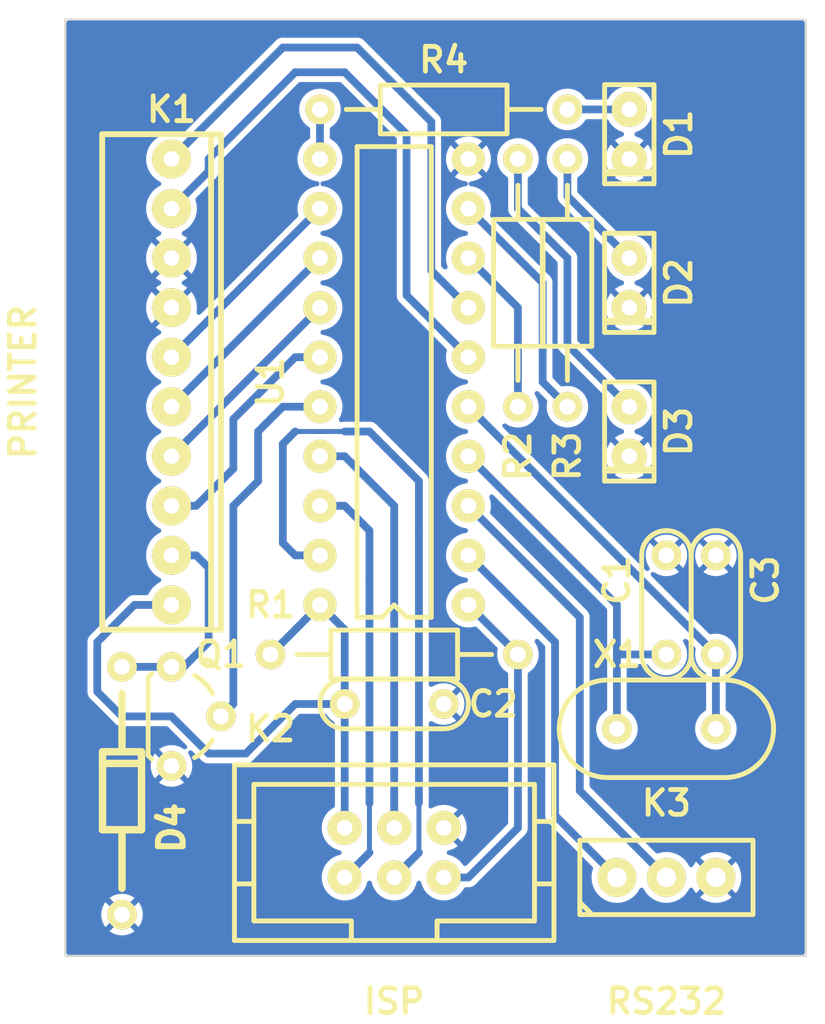
<source format=kicad_pcb>
(kicad_pcb (version 20221018) (generator pcbnew)
  (title_block (title "Haxmark") (rev "A") (company "fruchti"))
  (layers (0 "F.Cu" signal) (31 "B.Cu" signal) (34 "B.Paste" user) (35 "F.Paste" user) (36 "B.SilkS" user "B.Silkscreen") (37 "F.SilkS" user "F.Silkscreen") (38 "B.Mask" user) (39 "F.Mask" user) (44 "Edge.Cuts" user))
  (net 0 "")
  (net 1 "Net-(C1-Pad1)")
  (net 2 "GND")
  (net 3 "+5V")
  (net 4 "Net-(C3-Pad1)")
  (net 5 "Net-(D1-Pad1)")
  (net 6 "Net-(D2-Pad1)")
  (net 7 "Net-(D3-Pad1)")
  (net 8 "/CLUTCH")
  (net 9 "/HALL")
  (net 10 "/OPPN")
  (net 11 "/EXIT")
  (net 12 "/MPF")
  (net 13 "/PIN")
  (net 14 "/NPIN")
  (net 15 "/MOSI")
  (net 16 "/MISO")
  (net 17 "/SCK")
  (net 18 "/RESET")
  (net 19 "Net-(K3-Pad1)")
  (net 20 "Net-(K3-Pad2)")
  (net 21 "/CLTCH")
  (net 22 "Net-(R2-Pad1)")
  (net 23 "Net-(R3-Pad1)")
  (net 24 "Net-(R4-Pad1)")
  (footprint "rcl:C_200" (layer "F.Cu") (at 69.85 80.01 90)
    (fp_text reference "C1" (at 1.27 -2.54 90) (layer "F.SilkS") (effects (font (size 1.27 1.27) (thickness 0.25))))
    (fp_text value "22p" hide)
    (fp_line (start 2.54 -1.27) (end -2.54 -1.27) (stroke (width 0.25)) (layer "F.SilkS"))
    (fp_line (start 2.54 1.27) (end -2.54 1.27) (stroke (width 0.25)) (layer "F.SilkS"))
    (fp_arc (start -3.81 0) (mid -3.438026 -0.898026) (end -2.54 -1.27) (stroke (width 0.25)) (layer "F.SilkS"))
    (fp_arc (start -2.54 1.27) (mid -3.438026 0.898026) (end -3.81 0) (stroke (width 0.25)) (layer "F.SilkS"))
    (fp_arc (start 2.54 -1.27) (mid 3.438026 -0.898026) (end 3.81 0) (stroke (width 0.25)) (layer "F.SilkS"))
    (fp_arc (start 3.81 0) (mid 3.438026 0.898026) (end 2.54 1.27) (stroke (width 0.25)) (layer "F.SilkS"))
    (pad "1" thru_hole circle (at -2.54 0 90) (size 1.524 1.524) (drill 0.8128) (layers "*.Cu" "*.Mask" "F.SilkS") (net 1 "Net-(C1-Pad1)"))
    (pad "2" thru_hole circle (at 2.54 0 90) (size 1.524 1.524) (drill 0.8128) (layers "*.Cu" "*.Mask" "F.SilkS") (net 2 "GND"))
  )
  (footprint "rcl:C_200" (layer "F.Cu") (at 55.88 85.09)
    (fp_text reference "C2" (at 5.08 0) (layer "F.SilkS") (effects (font (size 1.27 1.27) (thickness 0.25))))
    (fp_text value "100n" hide)
    (fp_line (start 2.54 -1.27) (end -2.54 -1.27) (stroke (width 0.25)) (layer "F.SilkS"))
    (fp_line (start 2.54 1.27) (end -2.54 1.27) (stroke (width 0.25)) (layer "F.SilkS"))
    (fp_arc (start -3.81 0) (mid -3.438026 -0.898026) (end -2.54 -1.27) (stroke (width 0.25)) (layer "F.SilkS"))
    (fp_arc (start -2.54 1.27) (mid -3.438026 0.898026) (end -3.81 0) (stroke (width 0.25)) (layer "F.SilkS"))
    (fp_arc (start 2.54 -1.27) (mid 3.438026 -0.898026) (end 3.81 0) (stroke (width 0.25)) (layer "F.SilkS"))
    (fp_arc (start 3.81 0) (mid 3.438026 0.898026) (end 2.54 1.27) (stroke (width 0.25)) (layer "F.SilkS"))
    (pad "1" thru_hole circle (at -2.54 0) (size 1.524 1.524) (drill 0.8128) (layers "*.Cu" "*.Mask" "F.SilkS") (net 3 "+5V"))
    (pad "2" thru_hole circle (at 2.54 0) (size 1.524 1.524) (drill 0.8128) (layers "*.Cu" "*.Mask" "F.SilkS") (net 2 "GND"))
  )
  (footprint "rcl:C_200" (layer "F.Cu") (at 72.39 80.01 90)
    (fp_text reference "C3" (at 1.27 2.54 90) (layer "F.SilkS") (effects (font (size 1.27 1.27) (thickness 0.25))))
    (fp_text value "22p" hide)
    (fp_line (start 2.54 -1.27) (end -2.54 -1.27) (stroke (width 0.25)) (layer "F.SilkS"))
    (fp_line (start 2.54 1.27) (end -2.54 1.27) (stroke (width 0.25)) (layer "F.SilkS"))
    (fp_arc (start -3.81 0) (mid -3.438026 -0.898026) (end -2.54 -1.27) (stroke (width 0.25)) (layer "F.SilkS"))
    (fp_arc (start -2.54 1.27) (mid -3.438026 0.898026) (end -3.81 0) (stroke (width 0.25)) (layer "F.SilkS"))
    (fp_arc (start 2.54 -1.27) (mid 3.438026 -0.898026) (end 3.81 0) (stroke (width 0.25)) (layer "F.SilkS"))
    (fp_arc (start 3.81 0) (mid 3.438026 0.898026) (end 2.54 1.27) (stroke (width 0.25)) (layer "F.SilkS"))
    (pad "1" thru_hole circle (at -2.54 0 90) (size 1.524 1.524) (drill 0.8128) (layers "*.Cu" "*.Mask" "F.SilkS") (net 4 "Net-(C3-Pad1)"))
    (pad "2" thru_hole circle (at 2.54 0 90) (size 1.524 1.524) (drill 0.8128) (layers "*.Cu" "*.Mask" "F.SilkS") (net 2 "GND"))
  )
  (footprint "led:LED_RECT" (layer "F.Cu") (at 67.945 55.88 -90)
    (fp_text reference "D1" (at 0 -2.54 270) (layer "F.SilkS") (effects (font (size 1.27 1.27) (thickness 0.25))))
    (fp_text value "rd" hide)
    (fp_line (start -2.54 -1.27) (end -2.54 1.27) (stroke (width 0.25)) (layer "F.SilkS"))
    (fp_line (start -2.54 1.27) (end 2.54 1.27) (stroke (width 0.25)) (layer "F.SilkS"))
    (fp_line (start 1.905 -1.27) (end 1.905 1.27) (stroke (width 0.25)) (layer "F.SilkS"))
    (fp_line (start 2.032 1.27) (end 2.032 -1.27) (stroke (width 0.25)) (layer "F.SilkS"))
    (fp_line (start 2.54 -1.27) (end -2.54 -1.27) (stroke (width 0.25)) (layer "F.SilkS"))
    (fp_line (start 2.54 1.27) (end 2.54 -1.27) (stroke (width 0.25)) (layer "F.SilkS"))
    (pad "1" thru_hole circle (at -1.27 0 270) (size 1.80086 1.80086) (drill 0.8001) (layers "*.Cu" "*.Mask" "F.SilkS") (net 5 "Net-(D1-Pad1)"))
    (pad "2" thru_hole circle (at 1.27 0 270) (size 1.80086 1.80086) (drill 0.8001) (layers "*.Cu" "*.Mask" "F.SilkS") (net 2 "GND"))
  )
  (footprint "led:LED_RECT" (layer "F.Cu") (at 67.945 63.5 -90)
    (fp_text reference "D2" (at 0 -2.54 270) (layer "F.SilkS") (effects (font (size 1.27 1.27) (thickness 0.25))))
    (fp_text value "ye" hide)
    (fp_line (start -2.54 -1.27) (end -2.54 1.27) (stroke (width 0.25)) (layer "F.SilkS"))
    (fp_line (start -2.54 1.27) (end 2.54 1.27) (stroke (width 0.25)) (layer "F.SilkS"))
    (fp_line (start 1.905 -1.27) (end 1.905 1.27) (stroke (width 0.25)) (layer "F.SilkS"))
    (fp_line (start 2.032 1.27) (end 2.032 -1.27) (stroke (width 0.25)) (layer "F.SilkS"))
    (fp_line (start 2.54 -1.27) (end -2.54 -1.27) (stroke (width 0.25)) (layer "F.SilkS"))
    (fp_line (start 2.54 1.27) (end 2.54 -1.27) (stroke (width 0.25)) (layer "F.SilkS"))
    (pad "1" thru_hole circle (at -1.27 0 270) (size 1.80086 1.80086) (drill 0.8001) (layers "*.Cu" "*.Mask" "F.SilkS") (net 6 "Net-(D2-Pad1)"))
    (pad "2" thru_hole circle (at 1.27 0 270) (size 1.80086 1.80086) (drill 0.8001) (layers "*.Cu" "*.Mask" "F.SilkS") (net 2 "GND"))
  )
  (footprint "led:LED_RECT" (layer "F.Cu") (at 67.945 71.12 -90)
    (fp_text reference "D3" (at 0 -2.54 270) (layer "F.SilkS") (effects (font (size 1.27 1.27) (thickness 0.25))))
    (fp_text value "gn" hide)
    (fp_line (start -2.54 -1.27) (end -2.54 1.27) (stroke (width 0.25)) (layer "F.SilkS"))
    (fp_line (start -2.54 1.27) (end 2.54 1.27) (stroke (width 0.25)) (layer "F.SilkS"))
    (fp_line (start 1.905 -1.27) (end 1.905 1.27) (stroke (width 0.25)) (layer "F.SilkS"))
    (fp_line (start 2.032 1.27) (end 2.032 -1.27) (stroke (width 0.25)) (layer "F.SilkS"))
    (fp_line (start 2.54 -1.27) (end -2.54 -1.27) (stroke (width 0.25)) (layer "F.SilkS"))
    (fp_line (start 2.54 1.27) (end 2.54 -1.27) (stroke (width 0.25)) (layer "F.SilkS"))
    (pad "1" thru_hole circle (at -1.27 0 270) (size 1.80086 1.80086) (drill 0.8001) (layers "*.Cu" "*.Mask" "F.SilkS") (net 7 "Net-(D3-Pad1)"))
    (pad "2" thru_hole circle (at 1.27 0 270) (size 1.80086 1.80086) (drill 0.8001) (layers "*.Cu" "*.Mask" "F.SilkS") (net 2 "GND"))
  )
  (footprint "do:DO35_500" (layer "F.Cu") (at 41.91 89.535 90)
    (fp_text reference "D4" (at -1.905 2.54 270) (layer "F.SilkS") (effects (font (size 1.27 1.27) (thickness 0.3048))))
    (fp_text value "36V" hide)
    (fp_line (start -1.99898 -1.00076) (end -1.99898 1.00076) (stroke (width 0.381)) (layer "F.SilkS"))
    (fp_line (start -1.99898 0) (end -5.00126 0) (stroke (width 0.381)) (layer "F.SilkS"))
    (fp_line (start -1.99898 1.00076) (end 1.99898 1.00076) (stroke (width 0.381)) (layer "F.SilkS"))
    (fp_line (start 1.39954 1.00076) (end 1.39954 -1.00076) (stroke (width 0.381)) (layer "F.SilkS"))
    (fp_line (start 1.99898 -1.00076) (end -1.99898 -1.00076) (stroke (width 0.381)) (layer "F.SilkS"))
    (fp_line (start 1.99898 0) (end 5.00126 0) (stroke (width 0.381)) (layer "F.SilkS"))
    (fp_line (start 1.99898 1.00076) (end 1.99898 -1.00076) (stroke (width 0.381)) (layer "F.SilkS"))
    (pad "1" thru_hole circle (at -6.35 0 90) (size 1.524 1.524) (drill 0.8128) (layers "*.Cu" "*.Mask" "F.SilkS") (net 2 "GND"))
    (pad "2" thru_hole circle (at 6.35 0 90) (size 1.524 1.524) (drill 0.8128) (layers "*.Cu" "*.Mask" "F.SilkS") (net 8 "/CLUTCH"))
  )
  (footprint "conn:WSL6G" (layer "F.Cu") (at 55.88 92.71)
    (fp_text reference "K2" (at -6.35 -6.35) (layer "F.SilkS") (effects (font (size 1.27 1.27) (thickness 0.25))))
    (fp_text value "ISP" (at 0 7.62) (layer "F.SilkS") (effects (font (size 1.27 1.27) (thickness 0.25))))
    (fp_line (start -8.19912 -4.50088) (end -8.19912 4.50088) (stroke (width 0.25)) (layer "F.SilkS"))
    (fp_line (start -8.19912 4.50088) (end 8.19912 4.50088) (stroke (width 0.25)) (layer "F.SilkS"))
    (fp_line (start -7.2009 -3.50012) (end 7.2009 -3.50012) (stroke (width 0.25)) (layer "F.SilkS"))
    (fp_line (start -7.2009 -1.6002) (end -8.19912 -1.6002) (stroke (width 0.25)) (layer "F.SilkS"))
    (fp_line (start -7.2009 1.6002) (end -8.19912 1.6002) (stroke (width 0.25)) (layer "F.SilkS"))
    (fp_line (start -7.2009 3.50012) (end -7.2009 -3.50012) (stroke (width 0.25)) (layer "F.SilkS"))
    (fp_line (start -7.2009 3.50012) (end -2.19964 3.50012) (stroke (width 0.25)) (layer "F.SilkS"))
    (fp_line (start -2.19964 3.50012) (end -2.19964 4.50088) (stroke (width 0.25)) (layer "F.SilkS"))
    (fp_line (start 2.19964 3.50012) (end 2.19964 4.50088) (stroke (width 0.25)) (layer "F.SilkS"))
    (fp_line (start 2.19964 3.50012) (end 7.2009 3.50012) (stroke (width 0.25)) (layer "F.SilkS"))
    (fp_line (start 7.2009 -3.50012) (end 7.2009 3.50012) (stroke (width 0.25)) (layer "F.SilkS"))
    (fp_line (start 8.19912 -4.50088) (end -8.19912 -4.50088) (stroke (width 0.25)) (layer "F.SilkS"))
    (fp_line (start 8.19912 -1.6002) (end 7.2009 -1.6002) (stroke (width 0.25)) (layer "F.SilkS"))
    (fp_line (start 8.19912 1.6002) (end 7.2009 1.6002) (stroke (width 0.25)) (layer "F.SilkS"))
    (fp_line (start 8.19912 4.50088) (end 8.19912 -4.50088) (stroke (width 0.25)) (layer "F.SilkS"))
    (pad "1" thru_hole circle (at -2.54 1.27) (size 1.75 1.75) (drill 0.8001) (layers "*.Cu" "*.Mask" "F.SilkS") (net 16 "/MISO"))
    (pad "2" thru_hole circle (at -2.54 -1.27) (size 1.75 1.75) (drill 0.8001) (layers "*.Cu" "*.Mask" "F.SilkS") (net 3 "+5V"))
    (pad "3" thru_hole circle (at 0 1.27) (size 1.75 1.75) (drill 0.8001) (layers "*.Cu" "*.Mask" "F.SilkS") (net 17 "/SCK"))
    (pad "4" thru_hole circle (at 0 -1.27) (size 1.75 1.75) (drill 0.8001) (layers "*.Cu" "*.Mask" "F.SilkS") (net 15 "/MOSI"))
    (pad "5" thru_hole circle (at 2.54 1.27) (size 1.75 1.75) (drill 0.8001) (layers "*.Cu" "*.Mask" "F.SilkS") (net 18 "/RESET"))
    (pad "6" thru_hole circle (at 2.54 -1.27) (size 1.75 1.75) (drill 0.8001) (layers "*.Cu" "*.Mask" "F.SilkS") (net 2 "GND"))
  )
  (footprint "conn:PINHEAD_1_3" (layer "F.Cu") (at 69.85 93.98)
    (fp_text reference "K3" (at 0 -3.81 180) (layer "F.SilkS") (effects (font (size 1.27 1.27) (thickness 0.25))))
    (fp_text value "RS232" (at 0 6.35) (layer "F.SilkS") (effects (font (size 1.27 1.27) (thickness 0.25))))
    (fp_line (start -4.445 -1.905) (end -4.445 1.905) (stroke (width 0.25)) (layer "F.SilkS"))
    (fp_line (start -4.445 -1.905) (end 4.445 -1.905) (stroke (width 0.25)) (layer "F.SilkS"))
    (fp_line (start -4.445 1.27) (end -3.81 1.905) (stroke (width 0.25)) (layer "F.SilkS"))
    (fp_line (start -4.445 1.905) (end 4.445 1.905) (stroke (width 0.25)) (layer "F.SilkS"))
    (fp_line (start 4.445 -1.905) (end 4.445 1.905) (stroke (width 0.25)) (layer "F.SilkS"))
    (pad "1" thru_hole circle (at -2.54 0) (size 1.99898 1.99898) (drill 1.00076) (layers "*.Cu" "*.Mask" "F.SilkS") (net 19 "Net-(K3-Pad1)"))
    (pad "2" thru_hole circle (at 0 0) (size 1.99898 1.99898) (drill 1.00076) (layers "*.Cu" "*.Mask" "F.SilkS") (net 20 "Net-(K3-Pad2)"))
    (pad "3" thru_hole circle (at 2.54 0) (size 1.99898 1.99898) (drill 1.00076) (layers "*.Cu" "*.Mask" "F.SilkS") (net 2 "GND"))
  )
  (footprint "to:TO92" (layer "F.Cu") (at 44.45 85.725)
    (fp_text reference "Q1" (at 2.54 -3.175) (layer "F.SilkS") (effects (font (size 1.27 1.27) (thickness 0.25))))
    (fp_text value "BS170" hide)
    (fp_line (start -1.19888 -1.99898) (end -1.00076 -2.19964) (stroke (width 0.25)) (layer "F.SilkS"))
    (fp_line (start -1.19888 1.99898) (end -1.19888 -1.99898) (stroke (width 0.25)) (layer "F.SilkS"))
    (fp_line (start -1.19888 1.99898) (end -1.00076 2.19964) (stroke (width 0.25)) (layer "F.SilkS"))
    (fp_arc (start 1.19888 -2.10058) (mid 1.716633 -1.703796) (end 2.109519 -1.18308) (stroke (width 0.25)) (layer "F.SilkS"))
    (fp_arc (start 2.10058 1.19888) (mid 1.703796 1.716633) (end 1.18308 2.109519) (stroke (width 0.25)) (layer "F.SilkS"))
    (pad "1" thru_hole circle (at 0 -2.54) (size 1.524 1.524) (drill 0.8128) (layers "*.Cu" "*.Mask" "F.SilkS") (net 8 "/CLUTCH"))
    (pad "2" thru_hole circle (at 2.54 0) (size 1.524 1.524) (drill 0.8128) (layers "*.Cu" "*.Mask" "F.SilkS") (net 21 "/CLTCH"))
    (pad "3" thru_hole circle (at 0 2.54) (size 1.524 1.524) (drill 0.8128) (layers "*.Cu" "*.Mask" "F.SilkS") (net 2 "GND"))
  )
  (footprint "rcl:R_0207_500" (layer "F.Cu") (at 55.88 82.55 180)
    (fp_text reference "R1" (at 6.35 2.54 180) (layer "F.SilkS") (effects (font (size 1.27 1.27) (thickness 0.25))))
    (fp_text value "10k" hide)
    (fp_line (start -3.2512 -1.24968) (end 3.2512 -1.24968) (stroke (width 0.25)) (layer "F.SilkS"))
    (fp_line (start -3.2512 0) (end -5.00126 0) (stroke (width 0.25)) (layer "F.SilkS"))
    (fp_line (start -3.2512 1.24968) (end -3.2512 -1.24968) (stroke (width 0.25)) (layer "F.SilkS"))
    (fp_line (start 3.2512 -1.24968) (end 3.2512 1.24968) (stroke (width 0.25)) (layer "F.SilkS"))
    (fp_line (start 3.2512 0) (end 5.00126 0) (stroke (width 0.25)) (layer "F.SilkS"))
    (fp_line (start 3.2512 1.24968) (end -3.2512 1.24968) (stroke (width 0.25)) (layer "F.SilkS"))
    (pad "1" thru_hole circle (at -6.35 0 180) (size 1.524 1.524) (drill 0.8128) (layers "*.Cu" "*.Mask" "F.SilkS") (net 18 "/RESET"))
    (pad "2" thru_hole circle (at 6.35 0 180) (size 1.524 1.524) (drill 0.8128) (layers "*.Cu" "*.Mask" "F.SilkS") (net 3 "+5V"))
  )
  (footprint "rcl:R_0207_500" (layer "F.Cu") (at 62.23 63.5 90)
    (fp_text reference "R2" (at -8.89 0 90) (layer "F.SilkS") (effects (font (size 1.27 1.27) (thickness 0.25))))
    (fp_text value "1k" hide)
    (fp_line (start -3.2512 -1.24968) (end 3.2512 -1.24968) (stroke (width 0.25)) (layer "F.SilkS"))
    (fp_line (start -3.2512 0) (end -5.00126 0) (stroke (width 0.25)) (layer "F.SilkS"))
    (fp_line (start -3.2512 1.24968) (end -3.2512 -1.24968) (stroke (width 0.25)) (layer "F.SilkS"))
    (fp_line (start 3.2512 -1.24968) (end 3.2512 1.24968) (stroke (width 0.25)) (layer "F.SilkS"))
    (fp_line (start 3.2512 0) (end 5.00126 0) (stroke (width 0.25)) (layer "F.SilkS"))
    (fp_line (start 3.2512 1.24968) (end -3.2512 1.24968) (stroke (width 0.25)) (layer "F.SilkS"))
    (pad "1" thru_hole circle (at -6.35 0 90) (size 1.524 1.524) (drill 0.8128) (layers "*.Cu" "*.Mask" "F.SilkS") (net 22 "Net-(R2-Pad1)"))
    (pad "2" thru_hole circle (at 6.35 0 90) (size 1.524 1.524) (drill 0.8128) (layers "*.Cu" "*.Mask" "F.SilkS") (net 7 "Net-(D3-Pad1)"))
  )
  (footprint "rcl:R_0207_500" (layer "F.Cu") (at 64.77 63.5 90)
    (fp_text reference "R3" (at -8.89 0 90) (layer "F.SilkS") (effects (font (size 1.27 1.27) (thickness 0.25))))
    (fp_text value "1k" hide)
    (fp_line (start -3.2512 -1.24968) (end 3.2512 -1.24968) (stroke (width 0.25)) (layer "F.SilkS"))
    (fp_line (start -3.2512 0) (end -5.00126 0) (stroke (width 0.25)) (layer "F.SilkS"))
    (fp_line (start -3.2512 1.24968) (end -3.2512 -1.24968) (stroke (width 0.25)) (layer "F.SilkS"))
    (fp_line (start 3.2512 -1.24968) (end 3.2512 1.24968) (stroke (width 0.25)) (layer "F.SilkS"))
    (fp_line (start 3.2512 0) (end 5.00126 0) (stroke (width 0.25)) (layer "F.SilkS"))
    (fp_line (start 3.2512 1.24968) (end -3.2512 1.24968) (stroke (width 0.25)) (layer "F.SilkS"))
    (pad "1" thru_hole circle (at -6.35 0 90) (size 1.524 1.524) (drill 0.8128) (layers "*.Cu" "*.Mask" "F.SilkS") (net 23 "Net-(R3-Pad1)"))
    (pad "2" thru_hole circle (at 6.35 0 90) (size 1.524 1.524) (drill 0.8128) (layers "*.Cu" "*.Mask" "F.SilkS") (net 6 "Net-(D2-Pad1)"))
  )
  (footprint "rcl:R_0207_500" (layer "F.Cu") (at 58.42 54.61)
    (fp_text reference "R4" (at 0 -2.54) (layer "F.SilkS") (effects (font (size 1.27 1.27) (thickness 0.25))))
    (fp_text value "1k" hide)
    (fp_line (start -3.2512 -1.24968) (end 3.2512 -1.24968) (stroke (width 0.25)) (layer "F.SilkS"))
    (fp_line (start -3.2512 0) (end -5.00126 0) (stroke (width 0.25)) (layer "F.SilkS"))
    (fp_line (start -3.2512 1.24968) (end -3.2512 -1.24968) (stroke (width 0.25)) (layer "F.SilkS"))
    (fp_line (start 3.2512 -1.24968) (end 3.2512 1.24968) (stroke (width 0.25)) (layer "F.SilkS"))
    (fp_line (start 3.2512 0) (end 5.00126 0) (stroke (width 0.25)) (layer "F.SilkS"))
    (fp_line (start 3.2512 1.24968) (end -3.2512 1.24968) (stroke (width 0.25)) (layer "F.SilkS"))
    (pad "1" thru_hole circle (at -6.35 0) (size 1.524 1.524) (drill 0.8128) (layers "*.Cu" "*.Mask" "F.SilkS") (net 24 "Net-(R4-Pad1)"))
    (pad "2" thru_hole circle (at 6.35 0) (size 1.524 1.524) (drill 0.8128) (layers "*.Cu" "*.Mask" "F.SilkS") (net 5 "Net-(D1-Pad1)"))
  )
  (footprint "dip:DIP20_300" (layer "F.Cu") (at 55.88 68.58 90)
    (fp_text reference "U1" (at 0 -6.35 90) (layer "F.SilkS") (effects (font (size 1.27 1.27) (thickness 0.25))))
    (fp_text value "ATTINY2313-20PU" hide)
    (fp_line (start -12.065 -0.635) (end -12.065 -1.905) (stroke (width 0.25)) (layer "F.SilkS"))
    (fp_line (start -12.065 -0.635) (end -11.43 0) (stroke (width 0.25)) (layer "F.SilkS"))
    (fp_line (start -12.065 1.905) (end -12.065 0.635) (stroke (width 0.25)) (layer "F.SilkS"))
    (fp_line (start -12.065 1.905) (end 12.065 1.905) (stroke (width 0.25)) (layer "F.SilkS"))
    (fp_line (start -11.43 0) (end -12.065 0.635) (stroke (width 0.25)) (layer "F.SilkS"))
    (fp_line (start 12.065 -1.905) (end -12.065 -1.905) (stroke (width 0.25)) (layer "F.SilkS"))
    (fp_line (start 12.065 1.905) (end 12.065 -1.905) (stroke (width 0.25)) (layer "F.SilkS"))
    (pad "1" thru_hole circle (at -11.43 3.81 90) (size 1.7 1.7) (drill 0.8128) (layers "*.Cu" "*.Mask" "F.SilkS") (net 18 "/RESET"))
    (pad "2" thru_hole circle (at -8.89 3.81 90) (size 1.7 1.7) (drill 0.8128) (layers "*.Cu" "*.Mask" "F.SilkS") (net 19 "Net-(K3-Pad1)"))
    (pad "3" thru_hole circle (at -6.35 3.81 90) (size 1.7 1.7) (drill 0.8128) (layers "*.Cu" "*.Mask" "F.SilkS") (net 20 "Net-(K3-Pad2)"))
    (pad "4" thru_hole circle (at -3.81 3.81 90) (size 1.7 1.7) (drill 0.8128) (layers "*.Cu" "*.Mask" "F.SilkS") (net 1 "Net-(C1-Pad1)"))
    (pad "5" thru_hole circle (at -1.27 3.81 90) (size 1.7 1.7) (drill 0.8128) (layers "*.Cu" "*.Mask" "F.SilkS") (net 4 "Net-(C3-Pad1)"))
    (pad "6" thru_hole circle (at 1.27 3.81 90) (size 1.7 1.7) (drill 0.8128) (layers "*.Cu" "*.Mask" "F.SilkS") (net 10 "/OPPN"))
    (pad "7" thru_hole circle (at 3.81 3.81 90) (size 1.7 1.7) (drill 0.8128) (layers "*.Cu" "*.Mask" "F.SilkS") (net 9 "/HALL"))
    (pad "8" thru_hole circle (at 6.35 3.81 90) (size 1.7 1.7) (drill 0.8128) (layers "*.Cu" "*.Mask" "F.SilkS") (net 22 "Net-(R2-Pad1)"))
    (pad "9" thru_hole circle (at 8.89 3.81 90) (size 1.7 1.7) (drill 0.8128) (layers "*.Cu" "*.Mask" "F.SilkS") (net 23 "Net-(R3-Pad1)"))
    (pad "10" thru_hole circle (at 11.43 3.81 90) (size 1.7 1.7) (drill 0.8128) (layers "*.Cu" "*.Mask" "F.SilkS") (net 2 "GND"))
    (pad "11" thru_hole circle (at 11.43 -3.81 90) (size 1.7 1.7) (drill 0.8128) (layers "*.Cu" "*.Mask" "F.SilkS") (net 24 "Net-(R4-Pad1)"))
    (pad "12" thru_hole circle (at 8.89 -3.81 90) (size 1.7 1.7) (drill 0.8128) (layers "*.Cu" "*.Mask" "F.SilkS") (net 14 "/NPIN"))
    (pad "13" thru_hole circle (at 6.35 -3.81 90) (size 1.7 1.7) (drill 0.8128) (layers "*.Cu" "*.Mask" "F.SilkS") (net 13 "/PIN"))
    (pad "14" thru_hole circle (at 3.81 -3.81 90) (size 1.7 1.7) (drill 0.8128) (layers "*.Cu" "*.Mask" "F.SilkS") (net 12 "/MPF"))
    (pad "15" thru_hole circle (at 1.27 -3.81 90) (size 1.7 1.7) (drill 0.8128) (layers "*.Cu" "*.Mask" "F.SilkS") (net 11 "/EXIT"))
    (pad "16" thru_hole circle (at -1.27 -3.81 90) (size 1.7 1.7) (drill 0.8128) (layers "*.Cu" "*.Mask" "F.SilkS") (net 21 "/CLTCH"))
    (pad "17" thru_hole circle (at -3.81 -3.81 90) (size 1.7 1.7) (drill 0.8128) (layers "*.Cu" "*.Mask" "F.SilkS") (net 15 "/MOSI"))
    (pad "18" thru_hole circle (at -6.35 -3.81 90) (size 1.7 1.7) (drill 0.8128) (layers "*.Cu" "*.Mask" "F.SilkS") (net 16 "/MISO"))
    (pad "19" thru_hole circle (at -8.89 -3.81 90) (size 1.7 1.7) (drill 0.8128) (layers "*.Cu" "*.Mask" "F.SilkS") (net 17 "/SCK"))
    (pad "20" thru_hole circle (at -11.43 -3.81 90) (size 1.7 1.7) (drill 0.8128) (layers "*.Cu" "*.Mask" "F.SilkS") (net 3 "+5V"))
  )
  (footprint "rcl:XTAL_200" (layer "F.Cu") (at 69.85 86.36 180)
    (fp_text reference "X1" (at 2.54 3.81 180) (layer "F.SilkS") (effects (font (size 1.27 1.27) (thickness 0.25))))
    (fp_text value "8MHz" hide)
    (fp_line (start -3 -2.5) (end 3 -2.5) (stroke (width 0.25)) (layer "F.SilkS"))
    (fp_line (start -3 2.5) (end 3 2.5) (stroke (width 0.25)) (layer "F.SilkS"))
    (fp_arc (start -5.5 0) (mid -4.767767 -1.767767) (end -3 -2.5) (stroke (width 0.25)) (layer "F.SilkS"))
    (fp_arc (start -3 2.5) (mid -4.767767 1.767767) (end -5.5 0) (stroke (width 0.25)) (layer "F.SilkS"))
    (fp_arc (start 3 -2.5) (mid 4.767767 -1.767767) (end 5.5 0) (stroke (width 0.25)) (layer "F.SilkS"))
    (fp_arc (start 5.5 0) (mid 4.767767 1.767767) (end 3 2.5) (stroke (width 0.25)) (layer "F.SilkS"))
    (pad "1" thru_hole circle (at -2.54 0 180) (size 1.524 1.524) (drill 0.8128) (layers "*.Cu" "*.Mask" "F.SilkS") (net 4 "Net-(C3-Pad1)"))
    (pad "2" thru_hole circle (at 2.54 0 180) (size 1.524 1.524) (drill 0.8128) (layers "*.Cu" "*.Mask" "F.SilkS") (net 1 "Net-(C1-Pad1)"))
  )
  (footprint "conn:PSS254-10G" (layer "F.Cu") (at 44.45 68.58 90)
    (fp_text reference "K1" (at 13.97 0 180) (layer "F.SilkS") (effects (font (size 1.27 1.27) (thickness 0.25))))
    (fp_text value "PRINTER" (at 0 -7.62 90) (layer "F.SilkS") (effects (font (size 1.27 1.27) (thickness 0.25))))
    (fp_line (start -12.7 -3.556) (end 12.7 -3.556) (stroke (width 0.29972)) (layer "F.SilkS"))
    (fp_line (start -12.7 2.032) (end 12.7 2.032) (stroke (width 0.29972)) (layer "F.SilkS"))
    (fp_line (start -12.7 2.54) (end -12.7 -3.556) (stroke (width 0.29972)) (layer "F.SilkS"))
    (fp_line (start -12.7 2.54) (end 12.7 2.54) (stroke (width 0.29972)) (layer "F.SilkS"))
    (fp_line (start 12.7 -3.556) (end 12.7 2.54) (stroke (width 0.29972)) (layer "F.SilkS"))
    (pad "1" thru_hole circle (at -11.43 0 90) (size 1.99898 1.99898) (drill 0.8001) (layers "*.Cu" "*.Mask" "F.SilkS") (net 3 "+5V"))
    (pad "2" thru_hole circle (at -8.89 0 90) (size 1.99898 1.99898) (drill 0.8001) (layers "*.Cu" "*.Mask" "F.SilkS") (net 8 "/CLUTCH"))
    (pad "3" thru_hole circle (at -6.35 0 90) (size 1.99898 1.99898) (drill 0.8001) (layers "*.Cu" "*.Mask" "F.SilkS") (net 11 "/EXIT"))
    (pad "4" thru_hole circle (at -3.81 0 90) (size 1.99898 1.99898) (drill 0.8001) (layers "*.Cu" "*.Mask" "F.SilkS") (net 12 "/MPF"))
    (pad "5" thru_hole circle (at -1.27 0 90) (size 1.99898 1.99898) (drill 0.8001) (layers "*.Cu" "*.Mask" "F.SilkS") (net 13 "/PIN"))
    (pad "6" thru_hole circle (at 1.27 0 90) (size 1.99898 1.99898) (drill 0.8001) (layers "*.Cu" "*.Mask" "F.SilkS") (net 14 "/NPIN"))
    (pad "7" thru_hole circle (at 3.81 0 90) (size 1.99898 1.99898) (drill 0.8001) (layers "*.Cu" "*.Mask" "F.SilkS") (net 2 "GND"))
    (pad "8" thru_hole circle (at 6.35 0 90) (size 1.99898 1.99898) (drill 0.8001) (layers "*.Cu" "*.Mask" "F.SilkS") (net 2 "GND"))
    (pad "9" thru_hole circle (at 8.89 0 90) (size 1.99898 1.99898) (drill 0.8001) (layers "*.Cu" "*.Mask" "F.SilkS") (net 10 "/OPPN"))
    (pad "10" thru_hole circle (at 11.43 0 90) (size 1.99898 1.99898) (drill 0.8001) (layers "*.Cu" "*.Mask" "F.SilkS") (net 9 "/HALL"))
  )
  (gr_line (start 39 98) (end 39 50) (stroke (width 0.1)) (layer "Edge.Cuts"))
  (gr_line (start 77 98) (end 39 98) (stroke (width 0.1)) (layer "Edge.Cuts"))
  (gr_line (start 77 50) (end 77 98) (stroke (width 0.1)) (layer "Edge.Cuts"))
  (gr_line (start 77 50) (end 39 50) (stroke (width 0.1)) (layer "Edge.Cuts"))
  (segment (start 67.31 80.01) (end 59.69 72.39) (width 0.4) (layer "B.Cu") (net 1))
  (segment (start 67.31 82.55) (end 67.31 80.01) (width 0.4) (layer "B.Cu") (net 1))
  (segment (start 69.85 82.55) (end 67.31 82.55) (width 0.4) (layer "B.Cu") (net 1))
  (segment (start 67.31 86.36) (end 67.31 82.55) (width 0.4) (layer "B.Cu") (net 1))
  (segment (start 49.53 82.55) (end 52.07 80.01) (width 0.4) (layer "B.Cu") (net 3))
  (segment (start 53.34 81.28) (end 53.34 85.09) (width 0.4) (layer "B.Cu") (net 3))
  (segment (start 53.34 85.09) (end 53.34 91.44) (width 0.4) (layer "B.Cu") (net 3))
  (segment (start 42.545 80.01) (end 40.64 81.915) (width 0.4) (layer "B.Cu") (net 3))
  (segment (start 40.64 81.915) (end 40.64 84.455) (width 0.4) (layer "B.Cu") (net 3))
  (segment (start 40.64 84.455) (end 41.91 85.725) (width 0.4) (layer "B.Cu") (net 3))
  (segment (start 41.91 85.725) (end 44.45 85.725) (width 0.4) (layer "B.Cu") (net 3))
  (segment (start 44.45 85.725) (end 46.355 87.63) (width 0.4) (layer "B.Cu") (net 3))
  (segment (start 46.355 87.63) (end 48.26 87.63) (width 0.4) (layer "B.Cu") (net 3))
  (segment (start 48.26 87.63) (end 50.8 85.09) (width 0.4) (layer "B.Cu") (net 3))
  (segment (start 50.8 85.09) (end 53.34 85.09) (width 0.4) (layer "B.Cu") (net 3))
  (segment (start 44.45 80.01) (end 42.545 80.01) (width 0.4) (layer "B.Cu") (net 3))
  (segment (start 52.07 80.01) (end 53.34 81.28) (width 0.4) (layer "B.Cu") (net 3))
  (segment (start 72.39 82.55) (end 59.69 69.85) (width 0.4) (layer "B.Cu") (net 4))
  (segment (start 72.39 86.36) (end 72.39 82.55) (width 0.4) (layer "B.Cu") (net 4))
  (segment (start 67.945 54.61) (end 64.77 54.61) (width 0.4) (layer "B.Cu") (net 5))
  (segment (start 64.77 59.055) (end 67.945 62.23) (width 0.4) (layer "B.Cu") (net 6))
  (segment (start 64.77 57.15) (end 64.77 59.055) (width 0.4) (layer "B.Cu") (net 6))
  (segment (start 62.23 59.69) (end 64.77 62.23) (width 0.4) (layer "B.Cu") (net 7))
  (segment (start 64.77 62.23) (end 64.77 66.675) (width 0.4) (layer "B.Cu") (net 7))
  (segment (start 64.77 66.675) (end 67.945 69.85) (width 0.4) (layer "B.Cu") (net 7))
  (segment (start 62.23 57.15) (end 62.23 59.69) (width 0.4) (layer "B.Cu") (net 7))
  (segment (start 46.355 81.915) (end 45.085 83.185) (width 0.4) (layer "B.Cu") (net 8))
  (segment (start 46.355 81.915) (end 46.355 78.105) (width 0.4) (layer "B.Cu") (net 8))
  (segment (start 46.355 78.105) (end 45.72 77.47) (width 0.4) (layer "B.Cu") (net 8))
  (segment (start 45.085 77.47) (end 44.45 77.47) (width 0.4) (layer "B.Cu") (net 8))
  (segment (start 44.45 83.185) (end 45.085 83.185) (width 0.4) (layer "B.Cu") (net 8))
  (segment (start 44.45 83.185) (end 41.91 83.185) (width 0.4) (layer "B.Cu") (net 8))
  (segment (start 44.45 77.47) (end 45.72 77.47) (width 0.4) (layer "B.Cu") (net 8))
  (segment (start 48.895 52.705) (end 50.165 51.435) (width 0.4) (layer "B.Cu") (net 9))
  (segment (start 50.165 51.435) (end 53.975 51.435) (width 0.4) (layer "B.Cu") (net 9))
  (segment (start 53.975 51.435) (end 57.785 55.245) (width 0.4) (layer "B.Cu") (net 9))
  (segment (start 57.785 55.245) (end 57.785 62.865) (width 0.4) (layer "B.Cu") (net 9))
  (segment (start 57.785 62.865) (end 59.69 64.77) (width 0.4) (layer "B.Cu") (net 9))
  (segment (start 44.45 57.15) (end 48.895 52.705) (width 0.4) (layer "B.Cu") (net 9))
  (segment (start 51.435 52.705) (end 53.34 52.705) (width 0.4) (layer "B.Cu") (net 10))
  (segment (start 53.34 52.705) (end 56.515 55.88) (width 0.4) (layer "B.Cu") (net 10))
  (segment (start 56.515 55.88) (end 56.515 64.135) (width 0.4) (layer "B.Cu") (net 10))
  (segment (start 59.69 67.31) (end 56.515 64.135) (width 0.4) (layer "B.Cu") (net 10))
  (segment (start 50.8 52.705) (end 46.355 57.15) (width 0.4) (layer "B.Cu") (net 10))
  (segment (start 46.355 57.15) (end 46.355 57.785) (width 0.4) (layer "B.Cu") (net 10))
  (segment (start 46.355 57.785) (end 44.45 59.69) (width 0.4) (layer "B.Cu") (net 10))
  (segment (start 51.435 52.705) (end 50.8 52.705) (width 0.4) (layer "B.Cu") (net 10))
  (segment (start 44.45 59.69) (end 45.085 59.69) (width 0.4) (layer "B.Cu") (net 10))
  (segment (start 50.8 67.31) (end 47.625 70.485) (width 0.4) (layer "B.Cu") (net 11))
  (segment (start 47.625 70.485) (end 47.625 73.025) (width 0.4) (layer "B.Cu") (net 11))
  (segment (start 47.625 73.025) (end 45.72 74.93) (width 0.4) (layer "B.Cu") (net 11))
  (segment (start 45.72 74.93) (end 44.45 74.93) (width 0.4) (layer "B.Cu") (net 11))
  (segment (start 52.07 67.31) (end 50.8 67.31) (width 0.4) (layer "B.Cu") (net 11))
  (segment (start 44.45 72.39) (end 52.07 64.77) (width 0.4) (layer "B.Cu") (net 12))
  (segment (start 44.45 69.85) (end 52.07 62.23) (width 0.4) (layer "B.Cu") (net 13))
  (segment (start 44.45 67.31) (end 52.07 59.69) (width 0.4) (layer "B.Cu") (net 14))
  (segment (start 55.88 74.93) (end 53.34 72.39) (width 0.4) (layer "B.Cu") (net 15))
  (segment (start 52.07 72.39) (end 53.34 72.39) (width 0.4) (layer "B.Cu") (net 15))
  (segment (start 55.88 77.47) (end 55.88 74.93) (width 0.4) (layer "B.Cu") (net 15))
  (segment (start 55.88 77.47) (end 55.88 91.44) (width 0.4) (layer "B.Cu") (net 15))
  (segment (start 54.61 92.71) (end 54.61 90.17) (width 0.254) (layer "B.Cu") (net 16))
  (segment (start 54.61 90.17) (end 54.61 78.74) (width 0.4) (layer "B.Cu") (net 16))
  (segment (start 54.61 76.2) (end 53.34 74.93) (width 0.4) (layer "B.Cu") (net 16))
  (segment (start 52.07 74.93) (end 53.34 74.93) (width 0.4) (layer "B.Cu") (net 16))
  (segment (start 54.61 78.74) (end 54.61 76.2) (width 0.4) (layer "B.Cu") (net 16))
  (segment (start 54.61 92.71) (end 53.34 93.98) (width 0.4) (layer "B.Cu") (net 16))
  (segment (start 57.15 92.71) (end 57.15 90.17) (width 0.254) (layer "B.Cu") (net 17))
  (segment (start 57.15 90.17) (end 57.15 76.2) (width 0.4) (layer "B.Cu") (net 17))
  (segment (start 57.15 73.66) (end 54.61 71.12) (width 0.4) (layer "B.Cu") (net 17))
  (segment (start 54.61 71.12) (end 53.34 71.12) (width 0.4) (layer "B.Cu") (net 17))
  (segment (start 53.34 71.12) (end 50.8 71.12) (width 0.254) (layer "B.Cu") (net 17))
  (segment (start 50.8 71.12) (end 50.165 71.755) (width 0.4) (layer "B.Cu") (net 17))
  (segment (start 50.165 71.755) (end 50.165 76.835) (width 0.4) (layer "B.Cu") (net 17))
  (segment (start 50.165 76.835) (end 50.8 77.47) (width 0.4) (layer "B.Cu") (net 17))
  (segment (start 52.07 77.47) (end 50.8 77.47) (width 0.4) (layer "B.Cu") (net 17))
  (segment (start 57.15 76.2) (end 57.15 73.66) (width 0.4) (layer "B.Cu") (net 17))
  (segment (start 57.15 92.71) (end 55.88 93.98) (width 0.4) (layer "B.Cu") (net 17))
  (segment (start 59.69 93.98) (end 62.23 91.44) (width 0.4) (layer "B.Cu") (net 18))
  (segment (start 62.23 91.44) (end 62.23 85.09) (width 0.4) (layer "B.Cu") (net 18))
  (segment (start 62.23 82.55) (end 62.23 85.09) (width 0.4) (layer "B.Cu") (net 18))
  (segment (start 62.23 82.55) (end 59.69 80.01) (width 0.4) (layer "B.Cu") (net 18))
  (segment (start 59.69 93.98) (end 58.42 93.98) (width 0.4) (layer "B.Cu") (net 18))
  (segment (start 59.69 77.47) (end 64.135 81.915) (width 0.4) (layer "B.Cu") (net 19))
  (segment (start 64.135 81.915) (end 64.135 90.805) (width 0.4) (layer "B.Cu") (net 19))
  (segment (start 64.135 90.805) (end 67.31 93.98) (width 0.4) (layer "B.Cu") (net 19))
  (segment (start 59.69 77.47) (end 60.325 77.47) (width 0.4) (layer "B.Cu") (net 19))
  (segment (start 64.77 80.01) (end 65.405 80.645) (width 0.4) (layer "B.Cu") (net 20))
  (segment (start 65.405 80.645) (end 65.405 89.535) (width 0.4) (layer "B.Cu") (net 20))
  (segment (start 65.405 89.535) (end 69.85 93.98) (width 0.4) (layer "B.Cu") (net 20))
  (segment (start 59.69 74.93) (end 64.77 80.01) (width 0.4) (layer "B.Cu") (net 20))
  (segment (start 59.69 74.93) (end 60.325 74.93) (width 0.4) (layer "B.Cu") (net 20))
  (segment (start 47.625 85.09) (end 47.625 76.2) (width 0.4) (layer "B.Cu") (net 21))
  (segment (start 47.625 74.93) (end 48.895 73.66) (width 0.4) (layer "B.Cu") (net 21))
  (segment (start 48.895 73.66) (end 48.895 71.12) (width 0.4) (layer "B.Cu") (net 21))
  (segment (start 48.895 71.12) (end 50.165 69.85) (width 0.4) (layer "B.Cu") (net 21))
  (segment (start 50.165 69.85) (end 52.07 69.85) (width 0.4) (layer "B.Cu") (net 21))
  (segment (start 47.625 76.2) (end 47.625 74.93) (width 0.4) (layer "B.Cu") (net 21))
  (segment (start 46.99 85.725) (end 47.625 85.09) (width 0.4) (layer "B.Cu") (net 21))
  (segment (start 62.23 64.77) (end 62.23 69.85) (width 0.4) (layer "B.Cu") (net 22))
  (segment (start 59.69 62.23) (end 62.23 64.77) (width 0.4) (layer "B.Cu") (net 22))
  (segment (start 63.5 63.5) (end 63.5 68.58) (width 0.4) (layer "B.Cu") (net 23))
  (segment (start 63.5 68.58) (end 64.77 69.85) (width 0.4) (layer "B.Cu") (net 23))
  (segment (start 59.69 59.69) (end 63.5 63.5) (width 0.4) (layer "B.Cu") (net 23))
  (segment (start 52.07 57.15) (end 52.07 54.61) (width 0.4) (layer "B.Cu") (net 24))
  (zone (net 2) (net_name "GND") (layer "B.Cu") (connect_pads (clearance 0.3)) (min_thickness 0.25) (fill yes (thermal_gap 0.3) (thermal_bridge_width 0.3))
    (polygon (pts (xy 78 49) (xy 38 49) (xy 38 99) (xy 78 99)))
  )
)
</source>
